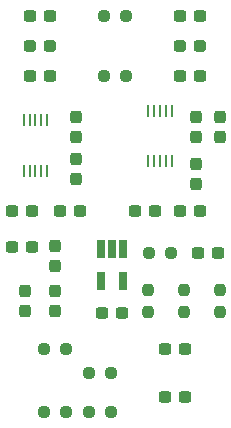
<source format=gbp>
G04 #@! TF.GenerationSoftware,KiCad,Pcbnew,7.0.9-7.0.9~ubuntu20.04.1*
G04 #@! TF.CreationDate,2023-11-16T21:07:46+01:00*
G04 #@! TF.ProjectId,kicad-pmod_i2s2,6b696361-642d-4706-9d6f-645f69327332,1.0*
G04 #@! TF.SameCoordinates,Original*
G04 #@! TF.FileFunction,Paste,Bot*
G04 #@! TF.FilePolarity,Positive*
%FSLAX46Y46*%
G04 Gerber Fmt 4.6, Leading zero omitted, Abs format (unit mm)*
G04 Created by KiCad (PCBNEW 7.0.9-7.0.9~ubuntu20.04.1) date 2023-11-16 21:07:46*
%MOMM*%
%LPD*%
G01*
G04 APERTURE LIST*
G04 Aperture macros list*
%AMRoundRect*
0 Rectangle with rounded corners*
0 $1 Rounding radius*
0 $2 $3 $4 $5 $6 $7 $8 $9 X,Y pos of 4 corners*
0 Add a 4 corners polygon primitive as box body*
4,1,4,$2,$3,$4,$5,$6,$7,$8,$9,$2,$3,0*
0 Add four circle primitives for the rounded corners*
1,1,$1+$1,$2,$3*
1,1,$1+$1,$4,$5*
1,1,$1+$1,$6,$7*
1,1,$1+$1,$8,$9*
0 Add four rect primitives between the rounded corners*
20,1,$1+$1,$2,$3,$4,$5,0*
20,1,$1+$1,$4,$5,$6,$7,0*
20,1,$1+$1,$6,$7,$8,$9,0*
20,1,$1+$1,$8,$9,$2,$3,0*%
G04 Aperture macros list end*
%ADD10RoundRect,0.237500X-0.237500X0.300000X-0.237500X-0.300000X0.237500X-0.300000X0.237500X0.300000X0*%
%ADD11RoundRect,0.237500X-0.300000X-0.237500X0.300000X-0.237500X0.300000X0.237500X-0.300000X0.237500X0*%
%ADD12RoundRect,0.237500X-0.237500X0.250000X-0.237500X-0.250000X0.237500X-0.250000X0.237500X0.250000X0*%
%ADD13RoundRect,0.237500X0.237500X-0.300000X0.237500X0.300000X-0.237500X0.300000X-0.237500X-0.300000X0*%
%ADD14RoundRect,0.237500X0.250000X0.237500X-0.250000X0.237500X-0.250000X-0.237500X0.250000X-0.237500X0*%
%ADD15RoundRect,0.237500X-0.250000X-0.237500X0.250000X-0.237500X0.250000X0.237500X-0.250000X0.237500X0*%
%ADD16RoundRect,0.237500X0.300000X0.237500X-0.300000X0.237500X-0.300000X-0.237500X0.300000X-0.237500X0*%
%ADD17R,0.250000X1.100000*%
%ADD18R,0.650000X1.560000*%
%ADD19RoundRect,0.237500X0.287500X0.237500X-0.287500X0.237500X-0.287500X-0.237500X0.287500X-0.237500X0*%
G04 APERTURE END LIST*
D10*
X117348000Y-59081500D03*
X117348000Y-60806500D03*
D11*
X122327500Y-63485000D03*
X124052500Y-63485000D03*
D12*
X129540000Y-70207500D03*
X129540000Y-72032500D03*
D13*
X115570000Y-68157500D03*
X115570000Y-66432500D03*
D10*
X129540000Y-55525500D03*
X129540000Y-57250500D03*
X115570000Y-70242500D03*
X115570000Y-71967500D03*
D14*
X121562500Y-46990000D03*
X119737500Y-46990000D03*
X116482500Y-75184000D03*
X114657500Y-75184000D03*
D11*
X113437500Y-46975000D03*
X115162500Y-46975000D03*
X113437500Y-52055000D03*
X115162500Y-52055000D03*
D15*
X123547500Y-67056000D03*
X125372500Y-67056000D03*
D11*
X111913500Y-63500000D03*
X113638500Y-63500000D03*
D10*
X127508000Y-55525500D03*
X127508000Y-57250500D03*
D11*
X126137500Y-63485000D03*
X127862500Y-63485000D03*
D16*
X117702500Y-63500000D03*
X115977500Y-63500000D03*
D17*
X112910000Y-55762000D03*
X113410000Y-55762000D03*
X113910000Y-55762000D03*
X114410000Y-55762000D03*
X114910000Y-55762000D03*
X114910000Y-60062000D03*
X114410000Y-60062000D03*
X113910000Y-60062000D03*
X113410000Y-60062000D03*
X112910000Y-60062000D03*
D11*
X124867500Y-79248000D03*
X126592500Y-79248000D03*
D17*
X123460000Y-54985000D03*
X123960000Y-54985000D03*
X124460000Y-54985000D03*
X124960000Y-54985000D03*
X125460000Y-54985000D03*
X125460000Y-59285000D03*
X124960000Y-59285000D03*
X124460000Y-59285000D03*
X123960000Y-59285000D03*
X123460000Y-59285000D03*
D15*
X118467500Y-80518000D03*
X120292500Y-80518000D03*
D11*
X124867500Y-75184000D03*
X126592500Y-75184000D03*
X119533500Y-72136000D03*
X121258500Y-72136000D03*
D18*
X119446000Y-66722000D03*
X120396000Y-66722000D03*
X121346000Y-66722000D03*
X121346000Y-69422000D03*
X119446000Y-69422000D03*
D10*
X127508000Y-59489000D03*
X127508000Y-61214000D03*
D12*
X123444000Y-70192500D03*
X123444000Y-72017500D03*
D16*
X127862500Y-46975000D03*
X126137500Y-46975000D03*
D12*
X126492000Y-70192500D03*
X126492000Y-72017500D03*
D11*
X127661500Y-67056000D03*
X129386500Y-67056000D03*
D16*
X113638500Y-66548000D03*
X111913500Y-66548000D03*
D10*
X113030000Y-70242500D03*
X113030000Y-71967500D03*
D19*
X127875000Y-49515000D03*
X126125000Y-49515000D03*
D15*
X118467500Y-77216000D03*
X120292500Y-77216000D03*
D14*
X116482500Y-80518000D03*
X114657500Y-80518000D03*
D19*
X115175000Y-49515000D03*
X113425000Y-49515000D03*
D11*
X126137500Y-52055000D03*
X127862500Y-52055000D03*
D15*
X119737500Y-52055000D03*
X121562500Y-52055000D03*
D10*
X117348000Y-55525500D03*
X117348000Y-57250500D03*
M02*

</source>
